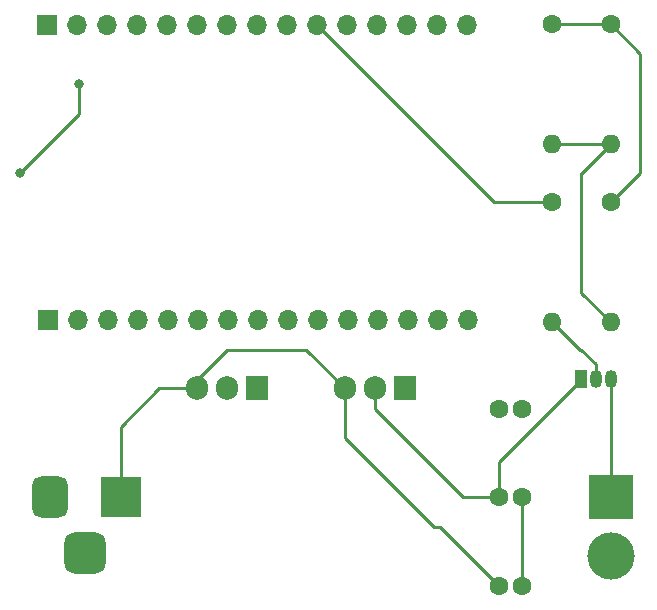
<source format=gbr>
%TF.GenerationSoftware,KiCad,Pcbnew,7.0.7*%
%TF.CreationDate,2023-09-17T16:53:54-03:00*%
%TF.ProjectId,nihon_lamp,6e69686f-6e5f-46c6-916d-702e6b696361,rev?*%
%TF.SameCoordinates,Original*%
%TF.FileFunction,Copper,L1,Top*%
%TF.FilePolarity,Positive*%
%FSLAX46Y46*%
G04 Gerber Fmt 4.6, Leading zero omitted, Abs format (unit mm)*
G04 Created by KiCad (PCBNEW 7.0.7) date 2023-09-17 16:53:54*
%MOMM*%
%LPD*%
G01*
G04 APERTURE LIST*
G04 Aperture macros list*
%AMRoundRect*
0 Rectangle with rounded corners*
0 $1 Rounding radius*
0 $2 $3 $4 $5 $6 $7 $8 $9 X,Y pos of 4 corners*
0 Add a 4 corners polygon primitive as box body*
4,1,4,$2,$3,$4,$5,$6,$7,$8,$9,$2,$3,0*
0 Add four circle primitives for the rounded corners*
1,1,$1+$1,$2,$3*
1,1,$1+$1,$4,$5*
1,1,$1+$1,$6,$7*
1,1,$1+$1,$8,$9*
0 Add four rect primitives between the rounded corners*
20,1,$1+$1,$2,$3,$4,$5,0*
20,1,$1+$1,$4,$5,$6,$7,0*
20,1,$1+$1,$6,$7,$8,$9,0*
20,1,$1+$1,$8,$9,$2,$3,0*%
G04 Aperture macros list end*
%TA.AperFunction,ComponentPad*%
%ADD10C,1.600000*%
%TD*%
%TA.AperFunction,ComponentPad*%
%ADD11O,1.600000X1.600000*%
%TD*%
%TA.AperFunction,ComponentPad*%
%ADD12R,1.700000X1.700000*%
%TD*%
%TA.AperFunction,ComponentPad*%
%ADD13O,1.700000X1.700000*%
%TD*%
%TA.AperFunction,ComponentPad*%
%ADD14R,1.905000X2.000000*%
%TD*%
%TA.AperFunction,ComponentPad*%
%ADD15O,1.905000X2.000000*%
%TD*%
%TA.AperFunction,ComponentPad*%
%ADD16R,3.800000X3.800000*%
%TD*%
%TA.AperFunction,ComponentPad*%
%ADD17C,4.000000*%
%TD*%
%TA.AperFunction,ComponentPad*%
%ADD18R,3.500000X3.500000*%
%TD*%
%TA.AperFunction,ComponentPad*%
%ADD19RoundRect,0.750000X-0.750000X-1.000000X0.750000X-1.000000X0.750000X1.000000X-0.750000X1.000000X0*%
%TD*%
%TA.AperFunction,ComponentPad*%
%ADD20RoundRect,0.875000X-0.875000X-0.875000X0.875000X-0.875000X0.875000X0.875000X-0.875000X0.875000X0*%
%TD*%
%TA.AperFunction,ComponentPad*%
%ADD21R,1.050000X1.500000*%
%TD*%
%TA.AperFunction,ComponentPad*%
%ADD22O,1.050000X1.500000*%
%TD*%
%TA.AperFunction,ViaPad*%
%ADD23C,0.800000*%
%TD*%
%TA.AperFunction,Conductor*%
%ADD24C,0.250000*%
%TD*%
G04 APERTURE END LIST*
D10*
%TO.P,R3,1*%
%TO.N,Net-(J1-Pin_2)*%
X147500000Y-72420000D03*
D11*
%TO.P,R3,2*%
%TO.N,GND*%
X147500000Y-82580000D03*
%TD*%
D12*
%TO.P,J4,1,Pin_1*%
%TO.N,Net-(J4-Pin_1)*%
X99760000Y-72500000D03*
D13*
%TO.P,J4,2,Pin_2*%
%TO.N,GND*%
X102300000Y-72500000D03*
%TO.P,J4,3,Pin_3*%
%TO.N,unconnected-(J4-Pin_3-Pad3)*%
X104840000Y-72500000D03*
%TO.P,J4,4,Pin_4*%
%TO.N,unconnected-(J4-Pin_4-Pad4)*%
X107380000Y-72500000D03*
%TO.P,J4,5,Pin_5*%
%TO.N,unconnected-(J4-Pin_5-Pad5)*%
X109920000Y-72500000D03*
%TO.P,J4,6,Pin_6*%
%TO.N,unconnected-(J4-Pin_6-Pad6)*%
X112460000Y-72500000D03*
%TO.P,J4,7,Pin_7*%
%TO.N,unconnected-(J4-Pin_7-Pad7)*%
X115000000Y-72500000D03*
%TO.P,J4,8,Pin_8*%
%TO.N,unconnected-(J4-Pin_8-Pad8)*%
X117540000Y-72500000D03*
%TO.P,J4,9,Pin_9*%
%TO.N,unconnected-(J4-Pin_9-Pad9)*%
X120080000Y-72500000D03*
%TO.P,J4,10,Pin_10*%
%TO.N,Net-(J4-Pin_10)*%
X122620000Y-72500000D03*
%TO.P,J4,11,Pin_11*%
%TO.N,unconnected-(J4-Pin_11-Pad11)*%
X125160000Y-72500000D03*
%TO.P,J4,12,Pin_12*%
%TO.N,unconnected-(J4-Pin_12-Pad12)*%
X127700000Y-72500000D03*
%TO.P,J4,13,Pin_13*%
%TO.N,unconnected-(J4-Pin_13-Pad13)*%
X130240000Y-72500000D03*
%TO.P,J4,14,Pin_14*%
%TO.N,unconnected-(J4-Pin_14-Pad14)*%
X132780000Y-72500000D03*
%TO.P,J4,15,Pin_15*%
%TO.N,unconnected-(J4-Pin_15-Pad15)*%
X135320000Y-72500000D03*
%TD*%
D10*
%TO.P,R1,1*%
%TO.N,Net-(J4-Pin_10)*%
X142500000Y-87500000D03*
D11*
%TO.P,R1,2*%
%TO.N,Net-(Q1-B)*%
X142500000Y-97660000D03*
%TD*%
D10*
%TO.P,C2,1*%
%TO.N,+3V3*%
X138000000Y-112500000D03*
%TO.P,C2,2*%
%TO.N,GND*%
X140000000Y-112500000D03*
%TD*%
D14*
%TO.P,U2,1,GND*%
%TO.N,GND*%
X130040000Y-103270000D03*
D15*
%TO.P,U2,2,VO*%
%TO.N,+3V3*%
X127500000Y-103270000D03*
%TO.P,U2,3,VI*%
%TO.N,+9V*%
X124960000Y-103270000D03*
%TD*%
D10*
%TO.P,C3,1*%
%TO.N,+5V*%
X138000000Y-105000000D03*
%TO.P,C3,2*%
%TO.N,Net-(J4-Pin_1)*%
X140000000Y-105000000D03*
%TD*%
D14*
%TO.P,U3,1,GND*%
%TO.N,GND*%
X117540000Y-103270000D03*
D15*
%TO.P,U3,2,VO*%
%TO.N,+5V*%
X115000000Y-103270000D03*
%TO.P,U3,3,VI*%
%TO.N,+9V*%
X112460000Y-103270000D03*
%TD*%
D10*
%TO.P,C1,1*%
%TO.N,+9V*%
X138000000Y-120000000D03*
%TO.P,C1,2*%
%TO.N,GND*%
X140000000Y-120000000D03*
%TD*%
D12*
%TO.P,J3,1,Pin_1*%
%TO.N,unconnected-(J3-Pin_1-Pad1)*%
X99800000Y-97500000D03*
D13*
%TO.P,J3,2,Pin_2*%
%TO.N,unconnected-(J3-Pin_2-Pad2)*%
X102340000Y-97500000D03*
%TO.P,J3,3,Pin_3*%
%TO.N,unconnected-(J3-Pin_3-Pad3)*%
X104880000Y-97500000D03*
%TO.P,J3,4,Pin_4*%
%TO.N,unconnected-(J3-Pin_4-Pad4)*%
X107420000Y-97500000D03*
%TO.P,J3,5,Pin_5*%
%TO.N,unconnected-(J3-Pin_5-Pad5)*%
X109960000Y-97500000D03*
%TO.P,J3,6,Pin_6*%
%TO.N,unconnected-(J3-Pin_6-Pad6)*%
X112500000Y-97500000D03*
%TO.P,J3,7,Pin_7*%
%TO.N,unconnected-(J3-Pin_7-Pad7)*%
X115040000Y-97500000D03*
%TO.P,J3,8,Pin_8*%
%TO.N,unconnected-(J3-Pin_8-Pad8)*%
X117580000Y-97500000D03*
%TO.P,J3,9,Pin_9*%
%TO.N,unconnected-(J3-Pin_9-Pad9)*%
X120120000Y-97500000D03*
%TO.P,J3,10,Pin_10*%
%TO.N,unconnected-(J3-Pin_10-Pad10)*%
X122660000Y-97500000D03*
%TO.P,J3,11,Pin_11*%
%TO.N,unconnected-(J3-Pin_11-Pad11)*%
X125200000Y-97500000D03*
%TO.P,J3,12,Pin_12*%
%TO.N,unconnected-(J3-Pin_12-Pad12)*%
X127740000Y-97500000D03*
%TO.P,J3,13,Pin_13*%
%TO.N,unconnected-(J3-Pin_13-Pad13)*%
X130280000Y-97500000D03*
%TO.P,J3,14,Pin_14*%
%TO.N,unconnected-(J3-Pin_14-Pad14)*%
X132820000Y-97500000D03*
%TO.P,J3,15,Pin_15*%
%TO.N,unconnected-(J3-Pin_15-Pad15)*%
X135360000Y-97500000D03*
%TD*%
D10*
%TO.P,R4,1*%
%TO.N,Net-(J1-Pin_2)*%
X147500000Y-87500000D03*
D11*
%TO.P,R4,2*%
%TO.N,GND*%
X147500000Y-97660000D03*
%TD*%
D16*
%TO.P,J1,1,Pin_1*%
%TO.N,Net-(J1-Pin_1)*%
X147500000Y-112500000D03*
D17*
%TO.P,J1,2,Pin_2*%
%TO.N,Net-(J1-Pin_2)*%
X147500000Y-117500000D03*
%TD*%
D18*
%TO.P,J2,1*%
%TO.N,+9V*%
X106000000Y-112500000D03*
D19*
%TO.P,J2,2*%
%TO.N,GND*%
X100000000Y-112500000D03*
D20*
%TO.P,J2,3*%
%TO.N,N/C*%
X103000000Y-117200000D03*
%TD*%
D10*
%TO.P,R2,1*%
%TO.N,Net-(J1-Pin_2)*%
X142500000Y-72420000D03*
D11*
%TO.P,R2,2*%
%TO.N,GND*%
X142500000Y-82580000D03*
%TD*%
D21*
%TO.P,Q1,1,E*%
%TO.N,+3V3*%
X144960000Y-102500000D03*
D22*
%TO.P,Q1,2,B*%
%TO.N,Net-(Q1-B)*%
X146230000Y-102500000D03*
%TO.P,Q1,3,C*%
%TO.N,Net-(J1-Pin_1)*%
X147500000Y-102500000D03*
%TD*%
D23*
%TO.N,GND*%
X97500000Y-85000000D03*
X102500000Y-77500000D03*
%TD*%
D24*
%TO.N,+9V*%
X132500000Y-115000000D02*
X133000000Y-115000000D01*
X106000000Y-106500000D02*
X106000000Y-112500000D01*
X112460000Y-103270000D02*
X112460000Y-102540000D01*
X109230000Y-103270000D02*
X106000000Y-106500000D01*
X115000000Y-100000000D02*
X121690000Y-100000000D01*
X112460000Y-102540000D02*
X115000000Y-100000000D01*
X133000000Y-115000000D02*
X138000000Y-120000000D01*
X124960000Y-103270000D02*
X124960000Y-107460000D01*
X124960000Y-107460000D02*
X132500000Y-115000000D01*
X112460000Y-103270000D02*
X109230000Y-103270000D01*
X121690000Y-100000000D02*
X124960000Y-103270000D01*
%TO.N,GND*%
X145080000Y-85000000D02*
X145000000Y-85000000D01*
X147500000Y-82580000D02*
X145080000Y-85000000D01*
X145000000Y-95160000D02*
X147500000Y-97660000D01*
X142500000Y-82580000D02*
X147500000Y-82580000D01*
X140000000Y-120000000D02*
X140000000Y-112500000D01*
X97500000Y-85000000D02*
X102500000Y-80000000D01*
X102500000Y-80000000D02*
X102500000Y-77500000D01*
X145000000Y-85000000D02*
X145000000Y-95160000D01*
%TO.N,+3V3*%
X144960000Y-102540000D02*
X138000000Y-109500000D01*
X138000000Y-112500000D02*
X135000000Y-112500000D01*
X135000000Y-112500000D02*
X127500000Y-105000000D01*
X144960000Y-102500000D02*
X144960000Y-102540000D01*
X127500000Y-105000000D02*
X127500000Y-103270000D01*
X138000000Y-109500000D02*
X138000000Y-112500000D01*
%TO.N,Net-(J1-Pin_1)*%
X147500000Y-102500000D02*
X147500000Y-112500000D01*
%TO.N,Net-(J1-Pin_2)*%
X147500000Y-72420000D02*
X150000000Y-74920000D01*
X150000000Y-85000000D02*
X147500000Y-87500000D01*
X150000000Y-74920000D02*
X150000000Y-85000000D01*
X142500000Y-72420000D02*
X147500000Y-72420000D01*
%TO.N,Net-(Q1-B)*%
X144840000Y-100000000D02*
X142500000Y-97660000D01*
X145000000Y-100000000D02*
X144840000Y-100000000D01*
X146230000Y-102500000D02*
X146230000Y-101230000D01*
X146230000Y-101230000D02*
X145000000Y-100000000D01*
%TO.N,Net-(J4-Pin_10)*%
X137620000Y-87500000D02*
X142500000Y-87500000D01*
X122620000Y-72500000D02*
X137620000Y-87500000D01*
%TD*%
M02*

</source>
